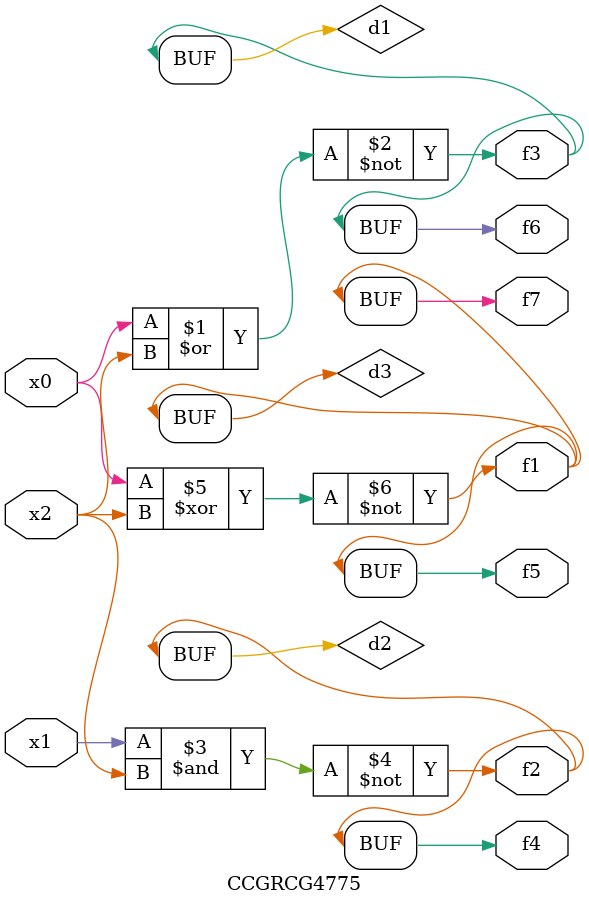
<source format=v>
module CCGRCG4775(
	input x0, x1, x2,
	output f1, f2, f3, f4, f5, f6, f7
);

	wire d1, d2, d3;

	nor (d1, x0, x2);
	nand (d2, x1, x2);
	xnor (d3, x0, x2);
	assign f1 = d3;
	assign f2 = d2;
	assign f3 = d1;
	assign f4 = d2;
	assign f5 = d3;
	assign f6 = d1;
	assign f7 = d3;
endmodule

</source>
